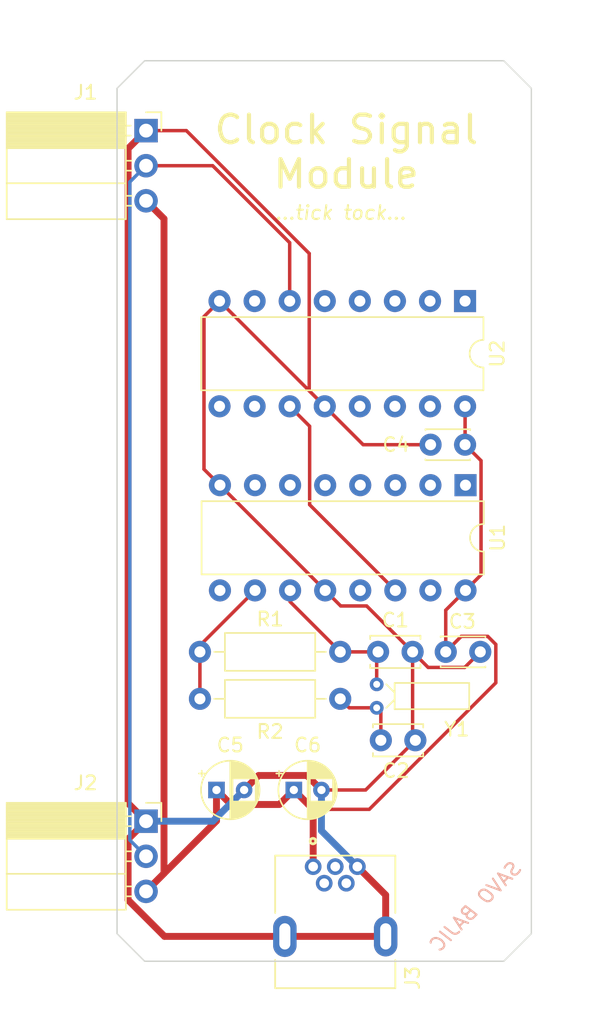
<source format=kicad_pcb>
(kicad_pcb (version 20211014) (generator pcbnew)
  (layers (0 "F.Cu" signal) (31 "B.Cu" signal) (34 "B.Paste" user) (35 "F.Paste" user) (36 "B.SilkS" user "B.Silkscreen") (37 "F.SilkS" user "F.Silkscreen") (38 "B.Mask" user) (39 "F.Mask" user) (44 "Edge.Cuts" user))
  (net 0 "")
  (net 1 "GND")
  (net 2 "/32kHz")
  (net 3 "Net-(C2-Pad1)")
  (net 4 "+5V")
  (net 5 "/1Hz")
  (net 6 "Net-(R1-Pad1)")
  (net 7 "/128Hz")
  (footprint "Capacitor_THT:C_Disc_D3.4mm_W2.1mm_P2.50mm" (layer "F.Cu") (at 104.3 110.2)
    (fp_text reference "C1" (at 1.25 -2.3) (layer "F.SilkS"))
    (fp_text value "16p")
    (fp_line (start 3.07 -1.17) (end 3.07 -0.925) (layer "F.SilkS") (width 0.12))
    (fp_line (start -0.57 1.17) (end 3.07 1.17) (layer "F.SilkS") (width 0.12))
    (fp_line (start -0.57 -1.17) (end -0.57 -0.925) (layer "F.SilkS") (width 0.12))
    (fp_line (start 3.07 0.925) (end 3.07 1.17) (layer "F.SilkS") (width 0.12))
    (fp_line (start -0.57 0.925) (end -0.57 1.17) (layer "F.SilkS") (width 0.12))
    (fp_line (start -0.57 -1.17) (end 3.07 -1.17) (layer "F.SilkS") (width 0.12))
    (pad "1" thru_hole circle locked (at 0 0) (size 1.6 1.6) (drill 0.8) (layers *.Cu *.Mask) (net 2 "/32kHz"))
    (pad "2" thru_hole circle locked (at 2.5 0) (size 1.6 1.6) (drill 0.8) (layers *.Cu *.Mask) (net 1 "GND"))
  )
  (footprint "Capacitor_THT:C_Disc_D3.4mm_W2.1mm_P2.50mm" (layer "F.Cu") (at 104.5 116.6)
    (fp_text reference "C2" (at 1.1 2.2) (layer "F.SilkS"))
    (fp_text value "16p")
    (fp_line (start 3.07 -1.17) (end 3.07 -0.925) (layer "F.SilkS") (width 0.12))
    (fp_line (start -0.57 -1.17) (end 3.07 -1.17) (layer "F.SilkS") (width 0.12))
    (fp_line (start -0.57 0.925) (end -0.57 1.17) (layer "F.SilkS") (width 0.12))
    (fp_line (start 3.07 0.925) (end 3.07 1.17) (layer "F.SilkS") (width 0.12))
    (fp_line (start -0.57 1.17) (end 3.07 1.17) (layer "F.SilkS") (width 0.12))
    (fp_line (start -0.57 -1.17) (end -0.57 -0.925) (layer "F.SilkS") (width 0.12))
    (pad "1" thru_hole circle locked (at 0 0) (size 1.6 1.6) (drill 0.8) (layers *.Cu *.Mask) (net 3 "Net-(C2-Pad1)"))
    (pad "2" thru_hole circle locked (at 2.5 0) (size 1.6 1.6) (drill 0.8) (layers *.Cu *.Mask) (net 1 "GND"))
  )
  (footprint "Capacitor_THT:C_Disc_D3.0mm_W2.0mm_P2.50mm" (layer "F.Cu") (at 111.7 110.2 180)
    (fp_text reference "C3" (at 1.3 2.2) (layer "F.SilkS"))
    (fp_text value "100n")
    (fp_line (start 2.87 1.055) (end 2.87 1.12) (layer "F.SilkS") (width 0.12))
    (fp_line (start 2.87 -1.12) (end 2.87 -1.055) (layer "F.SilkS") (width 0.12))
    (fp_line (start -0.37 1.055) (end -0.37 1.12) (layer "F.SilkS") (width 0.12))
    (fp_line (start -0.37 -1.12) (end -0.37 -1.055) (layer "F.SilkS") (width 0.12))
    (fp_line (start -0.37 -1.12) (end 2.87 -1.12) (layer "F.SilkS") (width 0.12))
    (fp_line (start -0.37 1.12) (end 2.87 1.12) (layer "F.SilkS") (width 0.12))
    (pad "1" thru_hole circle locked (at 0 0 180) (size 1.6 1.6) (drill 0.8) (layers *.Cu *.Mask) (net 1 "GND"))
    (pad "2" thru_hole circle locked (at 2.5 0 180) (size 1.6 1.6) (drill 0.8) (layers *.Cu *.Mask) (net 4 "+5V"))
  )
  (footprint "Capacitor_THT:C_Disc_D3.0mm_W2.0mm_P2.50mm" (layer "F.Cu") (at 108.1 95.2)
    (fp_text reference "C4" (at -2.5 0) (layer "F.SilkS"))
    (fp_text value "100n")
    (fp_line (start 2.87 1.055) (end 2.87 1.12) (layer "F.SilkS") (width 0.12))
    (fp_line (start -0.37 1.12) (end 2.87 1.12) (layer "F.SilkS") (width 0.12))
    (fp_line (start -0.37 -1.12) (end -0.37 -1.055) (layer "F.SilkS") (width 0.12))
    (fp_line (start 2.87 -1.12) (end 2.87 -1.055) (layer "F.SilkS") (width 0.12))
    (fp_line (start -0.37 -1.12) (end 2.87 -1.12) (layer "F.SilkS") (width 0.12))
    (fp_line (start -0.37 1.055) (end -0.37 1.12) (layer "F.SilkS") (width 0.12))
    (pad "1" thru_hole circle locked (at 0 0) (size 1.6 1.6) (drill 0.8) (layers *.Cu *.Mask) (net 1 "GND"))
    (pad "2" thru_hole circle locked (at 2.5 0) (size 1.6 1.6) (drill 0.8) (layers *.Cu *.Mask) (net 4 "+5V"))
  )
  (footprint "Connector_PinSocket_2.54mm:PinSocket_1x03_P2.54mm_Horizontal" (layer "F.Cu") (at 87.5 72.46)
    (fp_text reference "J1" (at -4.38 -2.77) (layer "F.SilkS"))
    (fp_text value "OUT")
    (fp_line (start -10.09 -0.73762) (end -1.46 -0.73762) (layer "F.SilkS") (width 0.12))
    (fp_line (start -1.46 4.72) (end -1.05 4.72) (layer "F.SilkS") (width 0.12))
    (fp_line (start -10.09 1.033805) (end -1.46 1.033805) (layer "F.SilkS") (width 0.12))
    (fp_line (start -1.46 0.36) (end -1.11 0.36) (layer "F.SilkS") (width 0.12))
    (fp_line (start -1.46 -0.36) (end -1.11 -0.36) (layer "F.SilkS") (width 0.12))
    (fp_line (start -10.09 -0.50143) (end -1.46 -0.50143) (layer "F.SilkS") (width 0.12))
    (fp_line (start -10.09 0.20714) (end -1.46 0.20714) (layer "F.SilkS") (width 0.12))
    (fp_line (start -1.46 -1.33) (end -1.46 6.41) (layer "F.SilkS") (width 0.12))
    (fp_line (start -10.09 0.325235) (end -1.46 0.325235) (layer "F.SilkS") (width 0.12))
    (fp_line (start -10.09 -0.02905) (end -1.46 -0.02905) (layer "F.SilkS") (width 0.12))
    (fp_line (start -10.09 0.797615) (end -1.46 0.797615) (layer "F.SilkS") (width 0.12))
    (fp_line (start -1.46 5.44) (end -1.05 5.44) (layer "F.SilkS") (width 0.12))
    (fp_line (start 0 -1.33) (end 1.11 -1.33) (layer "F.SilkS") (width 0.12))
    (fp_line (start -10.09 -0.855715) (end -1.46 -0.855715) (layer "F.SilkS") (width 0.12))
    (fp_line (start -10.09 -0.619525) (end -1.46 -0.619525) (layer "F.SilkS") (width 0.12))
    (fp_line (start -10.09 6.41) (end -1.46 6.41) (layer "F.SilkS") (width 0.12))
    (fp_line (start -1.46 2.9) (end -1.05 2.9) (layer "F.SilkS") (width 0.12))
    (fp_line (start -10.09 1.1519) (end -1.46 1.1519) (layer "F.SilkS") (width 0.12))
    (fp_line (start -10.09 0.91571) (end -1.46 0.91571) (layer "F.SilkS") (width 0.12))
    (fp_line (start -10.09 -1.33) (end -10.09 6.41) (layer "F.SilkS") (width 0.12))
    (fp_line (start -10.09 3.81) (end -1.46 3.81) (layer "F.SilkS") (width 0.12))
    (fp_line (start -10.09 -0.383335) (end -1.46 -0.383335) (layer "F.SilkS") (width 0.12))
    (fp_line (start -10.09 -1.091905) (end -1.46 -1.091905) (layer "F.SilkS") (width 0.12))
    (fp_line (start -10.09 -1.33) (end -1.46 -1.33) (layer "F.SilkS") (width 0.12))
    (fp_line (start -10.09 -1.21) (end -1.46 -1.21) (layer "F.SilkS") (width 0.12))
    (fp_line (start -10.09 0.561425) (end -1.46 0.561425) (layer "F.SilkS") (width 0.12))
    (fp_line (start -10.09 1.27) (end -1.46 1.27) (layer "F.SilkS") (width 0.12))
    (fp_line (start -10.09 -0.97381) (end -1.46 -0.97381) (layer "F.SilkS") (width 0.12))
    (fp_line (start -10.09 0.089045) (end -1.46 0.089045) (layer "F.SilkS") (width 0.12))
    (fp_line (start -10.09 -0.147145) (end -1.46 -0.147145) (layer "F.SilkS") (width 0.12))
    (fp_line (start -10.09 0.67952) (end -1.46 0.67952) (layer "F.SilkS") (width 0.12))
    (fp_line (start -10.09 0.44333) (end -1.46 0.44333) (layer "F.SilkS") (width 0.12))
    (fp_line (start -1.46 2.18) (end -1.05 2.18) (layer "F.SilkS") (width 0.12))
    (fp_line (start -10.09 -0.26524) (end -1.46 -0.26524) (layer "F.SilkS") (width 0.12))
    (fp_line (start 1.11 -1.33) (end 1.11 0) (layer "F.SilkS") (width 0.12))
    (pad "1" thru_hole rect locked (at 0 0) (size 1.7 1.7) (drill 1) (layers *.Cu *.Mask) (net 1 "GND"))
    (pad "2" thru_hole oval locked (at 0 2.54) (size 1.7 1.7) (drill 1) (layers *.Cu *.Mask) (net 5 "/1Hz"))
    (pad "3" thru_hole oval locked (at 0 5.08) (size 1.7 1.7) (drill 1) (layers *.Cu *.Mask) (net 4 "+5V"))
  )
  (footprint "Connector_PinSocket_2.54mm:PinSocket_1x03_P2.54mm_Horizontal" (layer "F.Cu") (at 87.5 122.46)
    (fp_text reference "J2" (at -4.38 -2.77) (layer "F.SilkS"))
    (fp_text value "OUT")
    (fp_line (start -10.09 3.81) (end -1.46 3.81) (layer "F.SilkS") (width 0.12))
    (fp_line (start -10.09 0.325235) (end -1.46 0.325235) (layer "F.SilkS") (width 0.12))
    (fp_line (start -10.09 -0.02905) (end -1.46 -0.02905) (layer "F.SilkS") (width 0.12))
    (fp_line (start -10.09 -0.26524) (end -1.46 -0.26524) (layer "F.SilkS") (width 0.12))
    (fp_line (start -10.09 -0.50143) (end -1.46 -0.50143) (layer "F.SilkS") (width 0.12))
    (fp_line (start 0 -1.33) (end 1.11 -1.33) (layer "F.SilkS") (width 0.12))
    (fp_line (start -1.46 5.44) (end -1.05 5.44) (layer "F.SilkS") (width 0.12))
    (fp_line (start -10.09 0.20714) (end -1.46 0.20714) (layer "F.SilkS") (width 0.12))
    (fp_line (start -10.09 -0.97381) (end -1.46 -0.97381) (layer "F.SilkS") (width 0.12))
    (fp_line (start -10.09 1.033805) (end -1.46 1.033805) (layer "F.SilkS") (width 0.12))
    (fp_line (start -10.09 0.67952) (end -1.46 0.67952) (layer "F.SilkS") (width 0.12))
    (fp_line (start -10.09 0.089045) (end -1.46 0.089045) (layer "F.SilkS") (width 0.12))
    (fp_line (start -10.09 0.91571) (end -1.46 0.91571) (layer "F.SilkS") (width 0.12))
    (fp_line (start -10.09 6.41) (end -1.46 6.41) (layer "F.SilkS") (width 0.12))
    (fp_line (start -1.46 0.36) (end -1.11 0.36) (layer "F.SilkS") (width 0.12))
    (fp_line (start -10.09 1.1519) (end -1.46 1.1519) (layer "F.SilkS") (width 0.12))
    (fp_line (start -10.09 -0.147145) (end -1.46 -0.147145) (layer "F.SilkS") (width 0.12))
    (fp_line (start -10.09 -1.33) (end -10.09 6.41) (layer "F.SilkS") (width 0.12))
    (fp_line (start -1.46 -0.36) (end -1.11 -0.36) (layer "F.SilkS") (width 0.12))
    (fp_line (start -10.09 -1.21) (end -1.46 -1.21) (layer "F.SilkS") (width 0.12))
    (fp_line (start -10.09 0.44333) (end -1.46 0.44333) (layer "F.SilkS") (width 0.12))
    (fp_line (start -10.09 0.561425) (end -1.46 0.561425) (layer "F.SilkS") (width 0.12))
    (fp_line (start -10.09 0.797615) (end -1.46 0.797615) (layer "F.SilkS") (width 0.12))
    (fp_line (start -10.09 1.27) (end -1.46 1.27) (layer "F.SilkS") (width 0.12))
    (fp_line (start -10.09 -0.619525) (end -1.46 -0.619525) (layer "F.SilkS") (width 0.12))
    (fp_line (start -10.09 -1.091905) (end -1.46 -1.091905) (layer "F.SilkS") (width 0.12))
    (fp_line (start -1.46 2.9) (end -1.05 2.9) (layer "F.SilkS") (width 0.12))
    (fp_line (start -10.09 -0.383335) (end -1.46 -0.383335) (layer "F.SilkS") (width 0.12))
    (fp_line (start -1.46 4.72) (end -1.05 4.72) (layer "F.SilkS") (width 0.12))
    (fp_line (start 1.11 -1.33) (end 1.11 0) (layer "F.SilkS") (width 0.12))
    (fp_line (start -10.09 -1.33) (end -1.46 -1.33) (layer "F.SilkS") (width 0.12))
    (fp_line (start -1.46 2.18) (end -1.05 2.18) (layer "F.SilkS") (width 0.12))
    (fp_line (start -10.09 -0.855715) (end -1.46 -0.855715) (layer "F.SilkS") (width 0.12))
    (fp_line (start -1.46 -1.33) (end -1.46 6.41) (layer "F.SilkS") (width 0.12))
    (fp_line (start -10.09 -0.73762) (end -1.46 -0.73762) (layer "F.SilkS") (width 0.12))
    (pad "1" thru_hole rect locked (at 0 0) (size 1.7 1.7) (drill 1) (layers *.Cu *.Mask) (net 1 "GND"))
    (pad "2" thru_hole oval locked (at 0 2.54) (size 1.7 1.7) (drill 1) (layers *.Cu *.Mask) (net 5 "/1Hz"))
    (pad "3" thru_hole oval locked (at 0 5.08) (size 1.7 1.7) (drill 1) (layers *.Cu *.Mask) (net 4 "+5V"))
  )
  (footprint "2172034-1:TE_2172034-1" (layer "F.Cu") (at 101.2 130.8 -90)
    (fp_text reference "J3" (at 3 -5.6 90) (layer "F.SilkS"))
    (fp_text value "PWR")
    (fp_line (start 1.7 -4.35) (end 3.75 -4.35) (layer "F.SilkS") (width 0.127))
    (fp_line (start -5.85 4.35) (end -5.85 -4.35) (layer "F.SilkS") (width 0.127))
    (fp_line (start -1.7 4.35) (end -5.85 4.35) (layer "F.SilkS") (width 0.127))
    (fp_line (start -5.85 -4.35) (end -1.7 -4.35) (layer "F.SilkS") (width 0.127))
    (fp_line (start 3.75 4.35) (end 1.7 4.35) (layer "F.SilkS") (width 0.127))
    (fp_line (start 3.75 -4.35) (end 3.75 4.35) (layer "F.SilkS") (width 0.127))
    (fp_circle (center -6.9 1.615) (end -6.7 1.615) (layer "F.SilkS") (width 0.2) (fill none))
    (pad "1" thru_hole circle locked (at -5.05 1.6 270) (size 1.208 1.208) (drill 0.7) (layers *.Cu *.Mask) (net 4 "+5V"))
    (pad "2" thru_hole circle locked (at -3.85 0.8 270) (size 1.208 1.208) (drill 0.7) (layers *.Cu *.Mask))
    (pad "3" thru_hole circle locked (at -5.05 0 270) (size 1.208 1.208) (drill 0.7) (layers *.Cu *.Mask))
    (pad "4" thru_hole circle locked (at -3.85 -0.8 270) (size 1.208 1.208) (drill 0.7) (layers *.Cu *.Mask))
    (pad "5" thru_hole circle locked (at -5.05 -1.6 270) (size 1.208 1.208) (drill 0.7) (layers *.Cu *.Mask) (net 1 "GND"))
    (pad "6" thru_hole oval locked (at 0 -3.65 270) (size 2.9 1.7) (drill oval 1.9 0.8) (layers *.Cu *.Mask) (net 1 "GND"))
    (pad "6" thru_hole oval locked (at 0 3.65 270) (size 2.98 1.7) (drill oval 1.9 0.8) (layers *.Cu *.Mask) (net 1 "GND"))
  )
  (footprint "Resistor_THT:R_Axial_DIN0207_L6.3mm_D2.5mm_P10.16mm_Horizontal" (layer "F.Cu") (at 91.4 110.2)
    (fp_text reference "R1" (at 5.08 -2.37) (layer "F.SilkS"))
    (fp_text value "5M")
    (fp_line (start 1.04 0) (end 1.81 0) (layer "F.SilkS") (width 0.12))
    (fp_line (start 9.12 0) (end 8.35 0) (layer "F.SilkS") (width 0.12))
    (fp_line (start 1.81 -1.37) (end 1.81 1.37) (layer "F.SilkS") (width 0.12))
    (fp_line (start 1.81 1.37) (end 8.35 1.37) (layer "F.SilkS") (width 0.12))
    (fp_line (start 8.35 1.37) (end 8.35 -1.37) (layer "F.SilkS") (width 0.12))
    (fp_line (start 8.35 -1.37) (end 1.81 -1.37) (layer "F.SilkS") (width 0.12))
    (pad "1" thru_hole circle locked (at 0 0) (size 1.6 1.6) (drill 0.8) (layers *.Cu *.Mask) (net 6 "Net-(R1-Pad1)"))
    (pad "2" thru_hole oval locked (at 10.16 0) (size 1.6 1.6) (drill 0.8) (layers *.Cu *.Mask) (net 2 "/32kHz"))
  )
  (footprint "Resistor_THT:R_Axial_DIN0207_L6.3mm_D2.5mm_P10.16mm_Horizontal" (layer "F.Cu") (at 101.56 113.6 180)
    (fp_text reference "R2" (at 5.08 -2.37) (layer "F.SilkS"))
    (fp_text value "1M")
    (fp_line (start 1.04 0) (end 1.81 0) (layer "F.SilkS") (width 0.12))
    (fp_line (start 9.12 0) (end 8.35 0) (layer "F.SilkS") (width 0.12))
    (fp_line (start 8.35 1.37) (end 8.35 -1.37) (layer "F.SilkS") (width 0.12))
    (fp_line (start 8.35 -1.37) (end 1.81 -1.37) (layer "F.SilkS") (width 0.12))
    (fp_line (start 1.81 1.37) (end 8.35 1.37) (layer "F.SilkS") (width 0.12))
    (fp_line (start 1.81 -1.37) (end 1.81 1.37) (layer "F.SilkS") (width 0.12))
    (pad "1" thru_hole circle locked (at 0 0 180) (size 1.6 1.6) (drill 0.8) (layers *.Cu *.Mask) (net 3 "Net-(C2-Pad1)"))
    (pad "2" thru_hole oval locked (at 10.16 0 180) (size 1.6 1.6) (drill 0.8) (layers *.Cu *.Mask) (net 6 "Net-(R1-Pad1)"))
  )
  (footprint "Package_DIP:DIP-16_W7.62mm" (layer "F.Cu") (at 110.63 98.13 -90)
    (fp_text reference "U1" (at 3.81 -2.33 90) (layer "F.SilkS"))
    (fp_text value "CD4060")
    (fp_line (start 6.46 19.11) (end 6.46 -1.33) (layer "F.SilkS") (width 0.12))
    (fp_line (start 1.16 19.11) (end 6.46 19.11) (layer "F.SilkS") (width 0.12))
    (fp_line (start 6.46 -1.33) (end 4.81 -1.33) (layer "F.SilkS") (width 0.12))
    (fp_line (start 1.16 -1.33) (end 1.16 19.11) (layer "F.SilkS") (width 0.12))
    (fp_line (start 2.81 -1.33) (end 1.16 -1.33) (layer "F.SilkS") (width 0.12))
    (fp_arc (start 4.81 -1.33) (mid 3.81 -0.33) (end 2.81 -1.33) (layer "F.SilkS") (width 0.12))
    (pad "1" thru_hole rect locked (at 0 0 270) (size 1.6 1.6) (drill 0.8) (layers *.Cu *.Mask))
    (pad "2" thru_hole oval locked (at 0 2.54 270) (size 1.6 1.6) (drill 0.8) (layers *.Cu *.Mask))
    (pad "3" thru_hole oval locked (at 0 5.08 270) (size 1.6 1.6) (drill 0.8) (layers *.Cu *.Mask))
    (pad "4" thru_hole oval locked (at 0 7.62 270) (size 1.6 1.6) (drill 0.8) (layers *.Cu *.Mask))
    (pad "5" thru_hole oval locked (at 0 10.16 270) (size 1.6 1.6) (drill 0.8) (layers *.Cu *.Mask))
    (pad "6" thru_hole oval locked (at 0 12.7 270) (size 1.6 1.6) (drill 0.8) (layers *.Cu *.Mask))
    (pad "7" thru_hole oval locked (at 0 15.24 270) (size 1.6 1.6) (drill 0.8) (layers *.Cu *.Mask))
    (pad "8" thru_hole oval locked (at 0 17.78 270) (size 1.6 1.6) (drill 0.8) (layers *.Cu *.Mask) (net 1 "GND"))
    (pad "9" thru_hole oval locked (at 7.62 17.78 270) (size 1.6 1.6) (drill 0.8) (layers *.Cu *.Mask))
    (pad "10" thru_hole oval locked (at 7.62 15.24 270) (size 1.6 1.6) (drill 0.8) (layers *.Cu *.Mask) (net 6 "Net-(R1-Pad1)"))
    (pad "11" thru_hole oval locked (at 7.62 12.7 270) (size 1.6 1.6) (drill 0.8) (layers *.Cu *.Mask) (net 2 "/32kHz"))
    (pad "12" thru_hole oval locked (at 7.62 10.16 270) (size 1.6 1.6) (drill 0.8) (layers *.Cu *.Mask) (net 1 "GND"))
    (pad "13" thru_hole oval locked (at 7.62 7.62 270) (size 1.6 1.6) (drill 0.8) (layers *.Cu *.Mask))
    (pad "14" thru_hole oval locked (at 7.62 5.08 270) (size 1.6 1.6) (drill 0.8) (layers *.Cu *.Mask) (net 7 "/128Hz"))
    (pad "15" thru_hole oval locked (at 7.62 2.54 270) (size 1.6 1.6) (drill 0.8) (layers *.Cu *.Mask))
    (pad "16" thru_hole oval locked (at 7.62 0 270) (size 1.6 1.6) (drill 0.8) (layers *.Cu *.Mask) (net 4 "+5V"))
  )
  (footprint "Package_DIP:DIP-16_W7.62mm" (layer "F.Cu") (at 110.6 84.8 -90)
    (fp_text reference "U2" (at 3.81 -2.33 90) (layer "F.SilkS"))
    (fp_text value "CD4060")
    (fp_line (start 1.16 -1.33) (end 1.16 19.11) (layer "F.SilkS") (width 0.12))
    (fp_line (start 6.46 -1.33) (end 4.81 -1.33) (layer "F.SilkS") (width 0.12))
    (fp_line (start 6.46 19.11) (end 6.46 -1.33) (layer "F.SilkS") (width 0.12))
    (fp_line (start 1.16 19.11) (end 6.46 19.11) (layer "F.SilkS") (width 0.12))
    (fp_line (start 2.81 -1.33) (end 1.16 -1.33) (layer "F.SilkS") (width 0.12))
    (fp_arc (start 4.81 -1.33) (mid 3.81 -0.33) (end 2.81 -1.33) (layer "F.SilkS") (width 0.12))
    (pad "1" thru_hole rect locked (at 0 0 270) (size 1.6 1.6) (drill 0.8) (layers *.Cu *.Mask))
    (pad "2" thru_hole oval locked (at 0 2.54 270) (size 1.6 1.6) (drill 0.8) (layers *.Cu *.Mask))
    (pad "3" thru_hole oval locked (at 0 5.08 270) (size 1.6 1.6) (drill 0.8) (layers *.Cu *.Mask))
    (pad "4" thru_hole oval locked (at 0 7.62 270) (size 1.6 1.6) (drill 0.8) (layers *.Cu *.Mask))
    (pad "5" thru_hole oval locked (at 0 10.16 270) (size 1.6 1.6) (drill 0.8) (layers *.Cu *.Mask))
    (pad "6" thru_hole oval locked (at 0 12.7 270) (size 1.6 1.6) (drill 0.8) (layers *.Cu *.Mask) (net 5 "/1Hz"))
    (pad "7" thru_hole oval locked (at 0 15.24 270) (size 1.6 1.6) (drill 0.8) (layers *.Cu *.Mask))
    (pad "8" thru_hole oval locked (at 0 17.78 270) (size 1.6 1.6) (drill 0.8) (layers *.Cu *.Mask) (net 1 "GND"))
    (pad "9" thru_hole oval locked (at 7.62 17.78 270) (size 1.6 1.6) (drill 0.8) (layers *.Cu *.Mask))
    (pad "10" thru_hole oval locked (at 7.62 15.24 270) (size 1.6 1.6) (drill 0.8) (layers *.Cu *.Mask))
    (pad "11" thru_hole oval locked (at 7.62 12.7 270) (size 1.6 1.6) (drill 0.8) (layers *.Cu *.Mask) (net 7 "/128Hz"))
    (pad "12" thru_hole oval locked (at 7.62 10.16 270) (size 1.6 1.6) (drill 0.8) (layers *.Cu *.Mask) (net 1 "GND"))
    (pad "13" thru_hole oval locked (at 7.62 7.62 270) (size 1.6 1.6) (drill 0.8) (layers *.Cu *.Mask))
    (pad "14" thru_hole oval locked (at 7.62 5.08 270) (size 1.6 1.6) (drill 0.8) (layers *.Cu *.Mask))
    (pad "15" thru_hole oval locked (at 7.62 2.54 270) (size 1.6 1.6) (drill 0.8) (layers *.Cu *.Mask))
    (pad "16" thru_hole oval locked (at 7.62 0 270) (size 1.6 1.6) (drill 0.8) (layers *.Cu *.Mask) (net 4 "+5V"))
  )
  (footprint "Crystal:Crystal_DS15_D1.5mm_L5.0mm_Horizontal" (layer "F.Cu") (at 104.2 114.25 90)
    (fp_text reference "Y1" (at -1.55 5.8) (layer "F.SilkS"))
    (fp_text value "32768")
    (fp_line (start -0.1 1.3) (end -0.1 6.7) (layer "F.SilkS") (width 0.12))
    (fp_line (start 1.1 1.3) (end 1.7 0.7) (layer "F.SilkS") (width 0.12))
    (fp_line (start 1.8 1.3) (end -0.1 1.3) (layer "F.SilkS") (width 0.12))
    (fp_line (start -0.1 6.7) (end 1.8 6.7) (layer "F.SilkS") (width 0.12))
    (fp_line (start 1.8 6.7) (end 1.8 1.3) (layer "F.SilkS") (width 0.12))
    (fp_line (start 1.7 0.7) (end 1.7 0.7) (layer "F.SilkS") (width 0.12))
    (fp_line (start 0 0.7) (end 0 0.7) (layer "F.SilkS") (width 0.12))
    (fp_line (start 0.6 1.3) (end 0 0.7) (layer "F.SilkS") (width 0.12))
    (pad "1" thru_hole circle locked (at 0 0 90) (size 1 1) (drill 0.5) (layers *.Cu *.Mask) (net 3 "Net-(C2-Pad1)"))
    (pad "2" thru_hole circle locked (at 1.7 0 90) (size 1 1) (drill 0.5) (layers *.Cu *.Mask) (net 2 "/32kHz"))
  )
  (footprint "Capacitor_THT:CP_Radial_D4.0mm_P2.00mm" (layer "F.Cu") (at 92.6 120.2)
    (fp_text reference "C5" (at 1 -3.25) (layer "F.SilkS"))
    (fp_text value "1u")
    (fp_line (start 1.36 0.84) (end 1.36 2.05) (layer "F.SilkS") (width 0.12))
    (fp_line (start 2.041 -1.808) (end 2.041 -0.84) (layer "F.SilkS") (width 0.12))
    (fp_line (start 2.121 -1.76) (end 2.121 -0.84) (layer "F.SilkS") (width 0.12))
    (fp_line (start 2.281 0.84) (end 2.281 1.65) (layer "F.SilkS") (width 0.12))
    (fp_line (start 2.881 -0.94) (end 2.881 0.94) (layer "F.SilkS") (width 0.12))
    (fp_line (start -1.269801 -1.195) (end -0.869801 -1.195) (layer "F.SilkS") (width 0.12))
    (fp_line (start 2.681 0.84) (end 2.681 1.254) (layer "F.SilkS") (width 0.12))
    (fp_line (start 2.001 -1.83) (end 2.001 -0.84) (layer "F.SilkS") (width 0.12))
    (fp_line (start 1.6 -1.994) (end 1.6 -0.84) (layer "F.SilkS") (width 0.12))
    (fp_line (start 1.28 0.84) (end 1.28 2.062) (layer "F.SilkS") (width 0.12))
    (fp_line (start 2.801 -1.08) (end 2.801 -0.84) (layer "F.SilkS") (width 0.12))
    (fp_line (start 1.4 0.84) (end 1.4 2.042) (layer "F.SilkS") (width 0.12))
    (fp_line (start 1.24 0.84) (end 1.24 2.067) (layer "F.SilkS") (width 0.12))
    (fp_line (start 1.56 0.84) (end 1.56 2.005) (layer "F.SilkS") (width 0.12))
    (fp_line (start 1.32 -2.056) (end 1.32 -0.84) (layer "F.SilkS") (width 0.12))
    (fp_line (start 1.961 -1.851) (end 1.961 -0.84) (layer "F.SilkS") (width 0.12))
    (fp_line (start 1.721 0.84) (end 1.721 1.954) (layer "F.SilkS") (width 0.12))
    (fp_line (start 2.201 -1.708) (end 2.201 -0.84) (layer "F.SilkS") (width 0.12))
    (fp_line (start 3.041 -0.537) (end 3.041 0.537) (layer "F.SilkS") (width 0.12))
    (fp_line (start 2.201 0.84) (end 2.201 1.708) (layer "F.SilkS") (width 0.12))
    (fp_line (start 2.801 0.84) (end 2.801 1.08) (layer "F.SilkS") (width 0.12))
    (fp_line (start 1.961 0.84) (end 1.961 1.851) (layer "F.SilkS") (width 0.12))
    (fp_line (start 2.241 0.84) (end 2.241 1.68) (layer "F.SilkS") (width 0.12))
    (fp_line (start 1.801 0.84) (end 1.801 1.924) (layer "F.SilkS") (width 0.12))
    (fp_line (start 2.481 -1.478) (end 2.481 -0.84) (layer "F.SilkS") (width 0.12))
    (fp_line (start 2.081 -1.785) (end 2.081 -0.84) (layer "F.SilkS") (width 0.12))
    (fp_line (start 2.601 -1.351) (end 2.601 -0.84) (layer "F.SilkS") (width 0.12))
    (fp_line (start 1.721 -1.954) (end 1.721 -0.84) (layer "F.SilkS") (width 0.12))
    (fp_line (start 2.721 -1.2) (end 2.721 -0.84) (layer "F.SilkS") (width 0.12))
    (fp_line (start 2.241 -1.68) (end 2.241 -0.84) (layer "F.SilkS") (width 0.12))
    (fp_line (start 2.001 0.84) (end 2.001 1.83) (layer "F.SilkS") (width 0.12))
    (fp_line (start 2.081 0.84) (end 2.081 1.785) (layer "F.SilkS") (width 0.12))
    (fp_line (start 1.68 -1.968) (end 1.68 -0.84) (layer "F.SilkS") (width 0.12))
    (fp_line (start 1.2 -2.071) (end 1.2 -0.84) (layer "F.SilkS") (width 0.12))
    (fp_line (start 1.64 -1.982) (end 1.64 -0.84) (layer "F.SilkS") (width 0.12))
    (fp_line (start 2.321 -1.619) (end 2.321 -0.84) (layer "F.SilkS") (width 0.12))
    (fp_line (start 2.681 -1.254) (end 2.681 -0.84) (layer "F.SilkS") (width 0.12))
    (fp_line (start 1.56 -2.005) (end 1.56 -0.84) (layer "F.SilkS") (width 0.12))
    (fp_line (start 2.641 -1.304) (end 2.641 -0.84) (layer "F.SilkS") (width 0.12))
    (fp_line (start 2.041 0.84) (end 2.041 1.808) (layer "F.SilkS") (width 0.12))
    (fp_line (start 2.721 0.84) (end 2.721 1.2) (layer "F.SilkS") (width 0.12))
    (fp_line (start 1.921 -1.87) (end 1.921 -0.84) (layer "F.SilkS") (width 0.12))
    (fp_line (start 3.081 -0.37) (end 3.081 0.37) (layer "F.SilkS") (width 0.12))
    (fp_line (start 1.881 0.84) (end 1.881 1.889) (layer "F.SilkS") (width 0.12))
    (fp_line (start 2.561 -1.396) (end 2.561 -0.84) (layer "F.SilkS") (width 0.12))
    (fp_line (start 2.161 0.84) (end 2.161 1.735) (layer "F.SilkS") (width 0.12))
    (fp_line (start 2.961 -0.768) (end 2.961 0.768) (layer "F.SilkS") (width 0.12))
    (fp_line (start 1.68 0.84) (end 1.68 1.968) (layer "F.SilkS") (width 0.12))
    (fp_line (start 1.36 -2.05) (end 1.36 -0.84) (layer "F.SilkS") (width 0.12))
    (fp_line (start 2.401 -1.552) (end 2.401 -0.84) (layer "F.SilkS") (width 0.12))
    (fp_line (start 2.361 -1.587) (end 2.361 -0.84) (layer "F.SilkS") (width 0.12))
    (fp_line (start 1.52 -2.016) (end 1.52 -0.84) (layer "F.SilkS") (width 0.12))
    (fp_line (start 1 -2.08) (end 1 2.08) (layer "F.SilkS") (width 0.12))
    (fp_line (start 1.761 0.84) (end 1.761 1.94) (layer "F.SilkS") (width 0.12))
    (fp_line (start 1.6 0.84) (end 1.6 1.994) (layer "F.SilkS") (width 0.12))
    (fp_line (start 1.04 -2.08) (end 1.04 2.08) (layer "F.SilkS") (width 0.12))
    (fp_line (start 1.12 -2.077) (end 1.12 2.077) (layer "F.SilkS") (width 0.12))
    (fp_line (start 2.601 0.84) (end 2.601 1.351) (layer "F.SilkS") (width 0.12))
    (fp_line (start 2.481 0.84) (end 2.481 1.478) (layer "F.SilkS") (width 0.12))
    (fp_line (start 2.361 0.84) (end 2.361 1.587) (layer "F.SilkS") (width 0.12))
    (fp_line (start 3.001 -0.664) (end 3.001 0.664) (layer "F.SilkS") (width 0.12))
    (fp_line (start 1.48 -2.025) (end 1.48 -0.84) (layer "F.SilkS") (width 0.12))
    (fp_line (start 2.641 0.84) (end 2.641 1.304) (layer "F.SilkS") (width 0.12))
    (fp_line (start 1.761 -1.94) (end 1.761 -0.84) (layer "F.SilkS") (width 0.12))
    (fp_line (start 1.881 -1.889) (end 1.881 -0.84) (layer "F.SilkS") (width 0.12))
    (fp_line (start 1.841 0.84) (end 1.841 1.907) (layer "F.SilkS") (width 0.12))
    (fp_line (start 2.761 0.84) (end 2.761 1.142) (layer "F.SilkS") (width 0.12))
    (fp_line (start 2.521 0.84) (end 2.521 1.438) (layer "F.SilkS") (width 0.12))
    (fp_line (start 1.801 -1.924) (end 1.801 -0.84) (layer "F.SilkS") (width 0.12))
    (fp_line (start 2.761 -1.142) (end 2.761 -0.84) (layer "F.SilkS") (width 0.12))
    (fp_line (start -1.069801 -1.395) (end -1.069801 -0.995) (layer "F.SilkS") (width 0.12))
    (fp_line (start 2.521 -1.438) (end 2.521 -0.84) (layer "F.SilkS") (width 0.12))
    (fp_line (start 1.16 -2.074) (end 1.16 2.074) (layer "F.SilkS") (width 0.12))
    (fp_line (start 2.441 0.84) (end 2.441 1.516) (layer "F.SilkS") (width 0.12))
    (fp_line (start 2.281 -1.65) (end 2.281 -0.84) (layer "F.SilkS") (width 0.12))
    (fp_line (start 2.441 -1.516) (end 2.441 -0.84) (layer "F.SilkS") (width 0.12))
    (fp_line (start 1.44 -2.034) (end 1.44 -0.84) (layer "F.SilkS") (width 0.12))
    (fp_line (start 2.401 0.84) (end 2.401 1.552) (layer "F.SilkS") (width 0.12))
    (fp_line (start 1.64 0.84) (end 1.64 1.982) (layer "F.SilkS") (width 0.12))
    (fp_line (start 1.52 0.84) (end 1.52 2.016) (layer "F.SilkS") (width 0.12))
    (fp_line (start 2.321 0.84) (end 2.321 1.619) (layer "F.SilkS") (width 0.12))
    (fp_line (start 2.121 0.84) (end 2.121 1.76) (layer "F.SilkS") (width 0.12))
    (fp_line (start 1.921 0.84) (end 1.921 1.87) (layer "F.SilkS") (width 0.12))
    (fp_line (start 1.24 -2.067) (end 1.24 -0.84) (layer "F.SilkS") (width 0.12))
    (fp_line (start 1.32 0.84) (end 1.32 2.056) (layer "F.SilkS") (width 0.12))
    (fp_line (start 1.4 -2.042) (end 1.4 -0.84) (layer "F.SilkS") (width 0.12))
    (fp_line (start 1.44 0.84) (end 1.44 2.034) (layer "F.SilkS") (width 0.12))
    (fp_line (start 1.48 0.84) (end 1.48 2.025) (layer "F.SilkS") (width 0.12))
    (fp_line (start 2.161 -1.735) (end 2.161 -0.84) (layer "F.SilkS") (width 0.12))
    (fp_line (start 1.08 -2.079) (end 1.08 2.079) (layer "F.SilkS") (width 0.12))
    (fp_line (start 2.921 -0.859) (end 2.921 0.859) (layer "F.SilkS") (width 0.12))
    (fp_line (start 2.841 -1.013) (end 2.841 1.013) (layer "F.SilkS") (width 0.12))
    (fp_line (start 2.561 0.84) (end 2.561 1.396) (layer "F.SilkS") (width 0.12))
    (fp_line (start 1.28 -2.062) (end 1.28 -0.84) (layer "F.SilkS") (width 0.12))
    (fp_line (start 1.841 -1.907) (end 1.841 -0.84) (layer "F.SilkS") (width 0.12))
    (fp_line (start 1.2 0.84) (end 1.2 2.071) (layer "F.SilkS") (width 0.12))
    (fp_circle (center 1 0) (end 3.12 0) (layer "F.SilkS") (width 0.12) (fill none))
    (pad "1" thru_hole rect locked (at 0 0) (size 1.2 1.2) (drill 0.6) (layers *.Cu *.Mask) (net 4 "+5V"))
    (pad "2" thru_hole circle locked (at 2 0) (size 1.2 1.2) (drill 0.6) (layers *.Cu *.Mask) (net 1 "GND"))
  )
  (footprint "Capacitor_THT:CP_Radial_D4.0mm_P2.00mm" (layer "F.Cu") (at 98.2 120.2)
    (fp_text reference "C6" (at 1 -3.25) (layer "F.SilkS"))
    (fp_text value "10u")
    (fp_line (start 1.32 0.84) (end 1.32 2.056) (layer "F.SilkS") (width 0.12))
    (fp_line (start 3.081 -0.37) (end 3.081 0.37) (layer "F.SilkS") (width 0.12))
    (fp_line (start 1.48 -2.025) (end 1.48 -0.84) (layer "F.SilkS") (width 0.12))
    (fp_line (start 2.241 0.84) (end 2.241 1.68) (layer "F.SilkS") (width 0.12))
    (fp_line (start 2.001 0.84) (end 2.001 1.83) (layer "F.SilkS") (width 0.12))
    (fp_line (start 1.56 0.84) (end 1.56 2.005) (layer "F.SilkS") (width 0.12))
    (fp_line (start 1.881 0.84) (end 1.881 1.889) (layer "F.SilkS") (width 0.12))
    (fp_line (start 1.64 0.84) (end 1.64 1.982) (layer "F.SilkS") (width 0.12))
    (fp_line (start 1.921 0.84) (end 1.921 1.87) (layer "F.SilkS") (width 0.12))
    (fp_line (start 2.681 0.84) (end 2.681 1.254) (layer "F.SilkS") (width 0.12))
    (fp_line (start 1.24 -2.067) (end 1.24 -0.84) (layer "F.SilkS") (width 0.12))
    (fp_line (start 2.201 -1.708) (end 2.201 -0.84) (layer "F.SilkS") (width 0.12))
    (fp_line (start 2.321 -1.619) (end 2.321 -0.84) (layer "F.SilkS") (width 0.12))
    (fp_line (start 2.761 0.84) (end 2.761 1.142) (layer "F.SilkS") (width 0.12))
    (fp_line (start 2.921 -0.859) (end 2.921 0.859) (layer "F.SilkS") (width 0.12))
    (fp_line (start 2.081 0.84) (end 2.081 1.785) (layer "F.SilkS") (width 0.12))
    (fp_line (start 2.961 -0.768) (end 2.961 0.768) (layer "F.SilkS") (width 0.12))
    (fp_line (start 1.2 -2.071) (end 1.2 -0.84) (layer "F.SilkS") (width 0.12))
    (fp_line (start 1.961 -1.851) (end 1.961 -0.84) (layer "F.SilkS") (width 0.12))
    (fp_line (start 1.24 0.84) (end 1.24 2.067) (layer "F.SilkS") (width 0.12))
    (fp_line (start 2.641 0.84) (end 2.641 1.304) (layer "F.SilkS") (width 0.12))
    (fp_line (start 1.921 -1.87) (end 1.921 -0.84) (layer "F.SilkS") (width 0.12))
    (fp_line (start 1.841 -1.907) (end 1.841 -0.84) (layer "F.SilkS") (width 0.12))
    (fp_line (start 2.641 -1.304) (end 2.641 -0.84) (layer "F.SilkS") (width 0.12))
    (fp_line (start 1.36 -2.05) (end 1.36 -0.84) (layer "F.SilkS") (width 0.12))
    (fp_line (start 2.561 -1.396) (end 2.561 -0.84) (layer "F.SilkS") (width 0.12))
    (fp_line (start 2.761 -1.142) (end 2.761 -0.84) (layer "F.SilkS") (width 0.12))
    (fp_line (start 1.801 0.84) (end 1.801 1.924) (layer "F.SilkS") (width 0.12))
    (fp_line (start 1.761 0.84) (end 1.761 1.94) (layer "F.SilkS") (width 0.12))
    (fp_line (start 1.2 0.84) (end 1.2 2.071) (layer "F.SilkS") (width 0.12))
    (fp_line (start 1.961 0.84) (end 1.961 1.851) (layer "F.SilkS") (width 0.12))
    (fp_line (start 2.001 -1.83) (end 2.001 -0.84) (layer "F.SilkS") (width 0.12))
    (fp_line (start 1.6 0.84) (end 1.6 1.994) (layer "F.SilkS") (width 0.12))
    (fp_line (start 1.04 -2.08) (end 1.04 2.08) (layer "F.SilkS") (width 0.12))
    (fp_line (start 1.28 -2.062) (end 1.28 -0.84) (layer "F.SilkS") (width 0.12))
    (fp_line (start 1.6 -1.994) (end 1.6 -0.84) (layer "F.SilkS") (width 0.12))
    (fp_line (start 2.081 -1.785) (end 2.081 -0.84) (layer "F.SilkS") (width 0.12))
    (fp_line (start 1.44 0.84) (end 1.44 2.034) (layer "F.SilkS") (width 0.12))
    (fp_line (start 1.08 -2.079) (end 1.08 2.079) (layer "F.SilkS") (width 0.12))
    (fp_line (start 2.121 0.84) (end 2.121 1.76) (layer "F.SilkS") (width 0.12))
    (fp_line (start 1.12 -2.077) (end 1.12 2.077) (layer "F.SilkS") (width 0.12))
    (fp_line (start 3.001 -0.664) (end 3.001 0.664) (layer "F.SilkS") (width 0.12))
    (fp_line (start 1.4 -2.042) (end 1.4 -0.84) (layer "F.SilkS") (width 0.12))
    (fp_line (start 2.681 -1.254) (end 2.681 -0.84) (layer "F.SilkS") (width 0.12))
    (fp_line (start 2.281 -1.65) (end 2.281 -0.84) (layer "F.SilkS") (width 0.12))
    (fp_line (start 1.4 0.84) (end 1.4 2.042) (layer "F.SilkS") (width 0.12))
    (fp_line (start 1 -2.08) (end 1 2.08) (layer "F.SilkS") (width 0.12))
    (fp_line (start 2.481 -1.478) (end 2.481 -0.84) (layer "F.SilkS") (width 0.12))
    (fp_line (start 1.68 0.84) (end 1.68 1.968) (layer "F.SilkS") (width 0.12))
    (fp_line (start 2.441 -1.516) (end 2.441 -0.84) (layer "F.SilkS") (width 0.12))
    (fp_line (start 1.52 -2.016) (end 1.52 -0.84) (layer "F.SilkS") (width 0.12))
    (fp_line (start 2.241 -1.68) (end 2.241 -0.84) (layer "F.SilkS") (width 0.12))
    (fp_line (start 1.28 0.84) (end 1.28 2.062) (layer "F.SilkS") (width 0.12))
    (fp_line (start 2.401 -1.552) (end 2.401 -0.84) (layer "F.SilkS") (width 0.12))
    (fp_line (start 2.521 -1.438) (end 2.521 -0.84) (layer "F.SilkS") (width 0.12))
    (fp_line (start 1.36 0.84) (end 1.36 2.05) (layer "F.SilkS") (width 0.12))
    (fp_line (start 1.721 -1.954) (end 1.721 -0.84) (layer "F.SilkS") (width 0.12))
    (fp_line (start 2.401 0.84) (end 2.401 1.552) (layer "F.SilkS") (width 0.12))
    (fp_line (start 2.601 0.84) (end 2.601 1.351) (layer "F.SilkS") (width 0.12))
    (fp_line (start 1.52 0.84) (end 1.52 2.016) (layer "F.SilkS") (width 0.12))
    (fp_line (start 3.041 -0.537) (end 3.041 0.537) (layer "F.SilkS") (width 0.12))
    (fp_line (start 2.321 0.84) (end 2.321 1.619) (layer "F.SilkS") (width 0.12))
    (fp_line (start 1.721 0.84) (end 1.721 1.954) (layer "F.SilkS") (width 0.12))
    (fp_line (start 1.761 -1.94) (end 1.761 -0.84) (layer "F.SilkS") (width 0.12))
    (fp_line (start 2.481 0.84) (end 2.481 1.478) (layer "F.SilkS") (width 0.12))
    (fp_line (start 1.56 -2.005) (end 1.56 -0.84) (layer "F.SilkS") (width 0.12))
    (fp_line (start 1.16 -2.074) (end 1.16 2.074) (layer "F.SilkS") (width 0.12))
    (fp_line (start 2.801 -1.08) (end 2.801 -0.84) (layer "F.SilkS") (width 0.12))
    (fp_line (start 2.361 -1.587) (end 2.361 -0.84) (layer "F.SilkS") (width 0.12))
    (fp_line (start 2.121 -1.76) (end 2.121 -0.84) (layer "F.SilkS") (width 0.12))
    (fp_line (start 2.041 -1.808) (end 2.041 -0.84) (layer "F.SilkS") (width 0.12))
    (fp_line (start 2.161 -1.735) (end 2.161 -0.84) (layer "F.SilkS") (width 0.12))
    (fp_line (start 1.801 -1.924) (end 1.801 -0.84) (layer "F.SilkS") (width 0.12))
    (fp_line (start 2.601 -1.351) (end 2.601 -0.84) (layer "F.SilkS") (width 0.12))
    (fp_line (start 2.441 0.84) (end 2.441 1.516) (layer "F.SilkS") (width 0.12))
    (fp_line (start 2.841 -1.013) (end 2.841 1.013) (layer "F.SilkS") (width 0.12))
    (fp_line (start 2.721 0.84) (end 2.721 1.2) (layer "F.SilkS") (width 0.12))
    (fp_line (start 2.801 0.84) (end 2.801 1.08) (layer "F.SilkS") (width 0.12))
    (fp_line (start -1.269801 -1.195) (end -0.869801 -1.195) (layer "F.SilkS") (width 0.12))
    (fp_line (start 1.68 -1.968) (end 1.68 -0.84) (layer "F.SilkS") (width 0.12))
    (fp_line (start 2.721 -1.2) (end 2.721 -0.84) (layer "F.SilkS") (width 0.12))
    (fp_line (start 1.881 -1.889) (end 1.881 -0.84) (layer "F.SilkS") (width 0.12))
    (fp_line (start -1.069801 -1.395) (end -1.069801 -0.995) (layer "F.SilkS") (width 0.12))
    (fp_line (start 2.281 0.84) (end 2.281 1.65) (layer "F.SilkS") (width 0.12))
    (fp_line (start 1.48 0.84) (end 1.48 2.025) (layer "F.SilkS") (width 0.12))
    (fp_line (start 1.841 0.84) (end 1.841 1.907) (layer "F.SilkS") (width 0.12))
    (fp_line (start 1.64 -1.982) (end 1.64 -0.84) (layer "F.SilkS") (width 0.12))
    (fp_line (start 1.32 -2.056) (end 1.32 -0.84) (layer "F.SilkS") (width 0.12))
    (fp_line (start 2.201 0.84) (end 2.201 1.708) (layer "F.SilkS") (width 0.12))
    (fp_line (start 2.361 0.84) (end 2.361 1.587) (layer "F.SilkS") (width 0.12))
    (fp_line (start 1.44 -2.034) (end 1.44 -0.84) (layer "F.SilkS") (width 0.12))
    (fp_line (start 2.041 0.84) (end 2.041 1.808) (layer "F.SilkS") (width 0.12))
    (fp_line (start 2.161 0.84) (end 2.161 1.735) (layer "F.SilkS") (width 0.12))
    (fp_line (start 2.521 0.84) (end 2.521 1.438) (layer "F.SilkS") (width 0.12))
    (fp_line (start 2.561 0.84) (end 2.561 1.396) (layer "F.SilkS") (width 0.12))
    (fp_line (start 2.881 -0.94) (end 2.881 0.94) (layer "F.SilkS") (width 0.12))
    (fp_circle (center 1 0) (end 3.12 0) (layer "F.SilkS") (width 0.12) (fill none))
    (pad "1" thru_hole rect locked (at 0 0) (size 1.2 1.2) (drill 0.6) (layers *.Cu *.Mask) (net 4 "+5V"))
    (pad "2" thru_hole circle locked (at 2 0) (size 1.2 1.2) (drill 0.6) (layers *.Cu *.Mask) (net 1 "GND"))
  )
  (gr_line (start 115.4 130.6) (end 115.4 69.4) (layer "Edge.Cuts") (width 0.1))
  (gr_line (start 87.4 132.6) (end 85.4 130.6) (layer "Edge.Cuts") (width 0.1))
  (gr_line (start 87.4 132.6) (end 113.4 132.6) (layer "Edge.Cuts") (width 0.1))
  (gr_line (start 113.4 67.4) (end 115.4 69.4) (layer "Edge.Cuts") (width 0.1))
  (gr_line (start 85.4 69.4) (end 87.4 67.4) (layer "Edge.Cuts") (width 0.1))
  (gr_line (start 87.4 67.4) (end 113.4 67.4) (layer "Edge.Cuts") (width 0.1))
  (gr_line (start 113.4 132.6) (end 115.4 130.6) (layer "Edge.Cuts") (width 0.1))
  (gr_line (start 85.4 130.6) (end 85.4 69.4) (layer "Edge.Cuts") (width 0.1))
  (gr_text "SAVO BAJIC" (at 111.4 128.6 45) (layer "B.SilkS") (effects (font (size 1 1) (thickness 0.15) italic) (justify mirror)))
  (gr_text "...tick tock..." (at 101.6 78.4) (layer "F.SilkS") (effects (font (size 1 1) (thickness 0.15) italic)))
  (gr_text "Clock Signal\nModule" (at 102 74) (layer "F.SilkS") (effects (font (size 2 2) (thickness 0.3))))
  (segment (start 86.199999 123.760001) (end 86.199999 128.164001) (width 0.5) (layer "F.Cu") (net 1))
  (segment (start 91.694999 96.974999) (end 91.694999 85.925001) (width 0.25) (layer "F.Cu") (net 1))
  (segment (start 92.85 98.13) (end 91.694999 96.974999) (width 0.25) (layer "F.Cu") (net 1))
  (segment (start 91.694999 85.925001) (end 92.82 84.8) (width 0.25) (layer "F.Cu") (net 1))
  (segment (start 107.925001 111.325001) (end 106.8 110.2) (width 0.25) (layer "F.Cu") (net 1))
  (segment (start 95.650001 119.149999) (end 99.149999 119.149999) (width 0.5) (layer "F.Cu") (net 1))
  (segment (start 111.7 110.2) (end 110.574999 111.325001) (width 0.25) (layer "F.Cu") (net 1))
  (segment (start 88.835998 130.8) (end 97.55 130.8) (width 0.5) (layer "F.Cu") (net 1))
  (segment (start 110.574999 111.325001) (end 107.925001 111.325001) (width 0.25) (layer "F.Cu") (net 1))
  (segment (start 86.199999 73.760001) (end 87.5 72.46) (width 0.5) (layer "F.Cu") (net 1))
  (segment (start 104.85 127.8) (end 104.85 130.8) (width 0.5) (layer "F.Cu") (net 1))
  (segment (start 103.475001 106.875001) (end 106.8 110.2) (width 0.25) (layer "F.Cu") (net 1))
  (segment (start 86.199999 128.164001) (end 88.835998 130.8) (width 0.5) (layer "F.Cu") (net 1))
  (segment (start 106.8 110.2) (end 106.8 116.4) (width 0.25) (layer "F.Cu") (net 1))
  (segment (start 99.314999 91.294999) (end 99.314999 81.353587) (width 0.25) (layer "F.Cu") (net 1))
  (segment (start 94.6 120.2) (end 95.650001 119.149999) (width 0.5) (layer "F.Cu") (net 1))
  (segment (start 102.8 125.75) (end 104.85 127.8) (width 0.5) (layer "F.Cu") (net 1))
  (segment (start 106.8 116.4) (end 107 116.6) (width 0.25) (layer "F.Cu") (net 1))
  (segment (start 108.1 95.2) (end 103.22 95.2) (width 0.25) (layer "F.Cu") (net 1))
  (segment (start 99.314999 81.353587) (end 90.421412 72.46) (width 0.25) (layer "F.Cu") (net 1))
  (segment (start 103.4 120.2) (end 100.2 120.2) (width 0.25) (layer "F.Cu") (net 1))
  (segment (start 86.199999 121.159999) (end 86.199999 73.760001) (width 0.5) (layer "F.Cu") (net 1))
  (segment (start 87.5 122.46) (end 86.199999 121.159999) (width 0.5) (layer "F.Cu") (net 1))
  (segment (start 97.55 130.8) (end 104.85 130.8) (width 0.5) (layer "F.Cu") (net 1))
  (segment (start 92.82 84.8) (end 100.44 92.42) (width 0.25) (layer "F.Cu") (net 1))
  (segment (start 99.149999 119.149999) (end 100.2 120.2) (width 0.5) (layer "F.Cu") (net 1))
  (segment (start 100.47 105.75) (end 92.85 98.13) (width 0.25) (layer "F.Cu") (net 1))
  (segment (start 107 116.6) (end 103.4 120.2) (width 0.25) (layer "F.Cu") (net 1))
  (segment (start 87.5 122.46) (end 86.199999 123.760001) (width 0.5) (layer "F.Cu") (net 1))
  (segment (start 100.47 105.75) (end 101.595001 106.875001) (width 0.25) (layer "F.Cu") (net 1))
  (segment (start 101.595001 106.875001) (end 103.475001 106.875001) (width 0.25) (layer "F.Cu") (net 1))
  (segment (start 100.44 92.42) (end 99.314999 91.294999) (width 0.25) (layer "F.Cu") (net 1))
  (segment (start 90.421412 72.46) (end 87.5 72.46) (width 0.25) (layer "F.Cu") (net 1))
  (segment (start 103.22 95.2) (end 100.44 92.42) (width 0.25) (layer "F.Cu") (net 1))
  (segment (start 92.34 122.46) (end 94.6 120.2) (width 0.5) (layer "B.Cu") (net 1))
  (segment (start 87.5 122.46) (end 92.34 122.46) (width 0.5) (layer "B.Cu") (net 1))
  (segment (start 100.2 120.2) (end 100.2 123.15) (width 0.5) (layer "B.Cu") (net 1))
  (segment (start 100.2 123.15) (end 102.8 125.75) (width 0.5) (layer "B.Cu") (net 1))
  (segment (start 104.2 110.3) (end 104.3 110.2) (width 0.25) (layer "F.Cu") (net 2))
  (segment (start 101.56 110.2) (end 97.93 106.57) (width 0.25) (layer "F.Cu") (net 2))
  (segment (start 104.2 112.55) (end 104.2 110.3) (width 0.25) (layer "F.Cu") (net 2))
  (segment (start 97.93 106.57) (end 97.93 105.75) (width 0.25) (layer "F.Cu") (net 2))
  (segment (start 101.56 110.2) (end 104.3 110.2) (width 0.25) (layer "F.Cu") (net 2))
  (segment (start 104.5 114.55) (end 104.2 114.25) (width 0.25) (layer "F.Cu") (net 3))
  (segment (start 104.5 116.6) (end 104.5 114.55) (width 0.25) (layer "F.Cu") (net 3))
  (segment (start 102.21 114.25) (end 101.56 113.6) (width 0.25) (layer "F.Cu") (net 3))
  (segment (start 104.2 114.25) (end 102.21 114.25) (width 0.25) (layer "F.Cu") (net 3))
  (segment (start 112.825001 112.440001) (end 103.665002 121.6) (width 0.25) (layer "F.Cu") (net 4))
  (segment (start 111.755001 96.355001) (end 110.6 95.2) (width 0.25) (layer "F.Cu") (net 4))
  (segment (start 88.800001 78.840001) (end 87.5 77.54) (width 0.5) (layer "F.Cu") (net 4))
  (segment (start 112.240001 109.074999) (end 112.825001 109.659999) (width 0.25) (layer "F.Cu") (net 4))
  (segment (start 109.2 110.2) (end 109.2 107.18) (width 0.25) (layer "F.Cu") (net 4))
  (segment (start 99.6 125.75) (end 99.6 121.6) (width 0.5) (layer "F.Cu") (net 4))
  (segment (start 109.2 110.2) (end 110.325001 109.074999) (width 0.25) (layer "F.Cu") (net 4))
  (segment (start 92.6 120.2) (end 93.650001 121.250001) (width 0.5) (layer "F.Cu") (net 4))
  (segment (start 110.325001 109.074999) (end 112.240001 109.074999) (width 0.25) (layer "F.Cu") (net 4))
  (segment (start 93.650001 121.250001) (end 97.149999 121.250001) (width 0.5) (layer "F.Cu") (net 4))
  (segment (start 103.665002 121.6) (end 99.6 121.6) (width 0.25) (layer "F.Cu") (net 4))
  (segment (start 99.6 121.6) (end 98.2 120.2) (width 0.5) (layer "F.Cu") (net 4))
  (segment (start 92.6 122.44) (end 87.5 127.54) (width 0.5) (layer "F.Cu") (net 4))
  (segment (start 109.2 107.18) (end 110.63 105.75) (width 0.25) (layer "F.Cu") (net 4))
  (segment (start 111.755001 104.624999) (end 111.755001 96.355001) (width 0.25) (layer "F.Cu") (net 4))
  (segment (start 110.6 92.42) (end 110.6 95.2) (width 0.25) (layer "F.Cu") (net 4))
  (segment (start 112.825001 109.659999) (end 112.825001 112.440001) (width 0.25) (layer "F.Cu") (net 4))
  (segment (start 110.63 105.75) (end 111.755001 104.624999) (width 0.25) (layer "F.Cu") (net 4))
  (segment (start 97.149999 121.250001) (end 98.2 120.2) (width 0.5) (layer "F.Cu") (net 4))
  (segment (start 88.800001 126.239999) (end 88.800001 78.840001) (width 0.5) (layer "F.Cu") (net 4))
  (segment (start 87.5 127.54) (end 88.800001 126.239999) (width 0.5) (layer "F.Cu") (net 4))
  (segment (start 92.6 120.2) (end 92.6 122.44) (width 0.5) (layer "F.Cu") (net 4))
  (segment (start 97.9 84.8) (end 97.9 80.574998) (width 0.25) (layer "F.Cu") (net 5))
  (segment (start 92.325002 75) (end 87.5 75) (width 0.25) (layer "F.Cu") (net 5))
  (segment (start 97.9 80.574998) (end 92.325002 75) (width 0.25) (layer "F.Cu") (net 5))
  (segment (start 87.5 75) (end 86.324999 76.175001) (width 0.25) (layer "B.Cu") (net 5))
  (segment (start 86.324999 123.824999) (end 87.5 125) (width 0.25) (layer "B.Cu") (net 5))
  (segment (start 86.324999 76.175001) (end 86.324999 123.824999) (width 0.25) (layer "B.Cu") (net 5))
  (segment (start 95.39 105.75) (end 91.4 109.74) (width 0.25) (layer "F.Cu") (net 6))
  (segment (start 91.4 109.74) (end 91.4 110.2) (width 0.25) (layer "F.Cu") (net 6))
  (segment (start 91.4 113.6) (end 91.4 110.2) (width 0.25) (layer "F.Cu") (net 6))
  (segment (start 99.344999 93.864999) (end 99.344999 99.544999) (width 0.25) (layer "F.Cu") (net 7))
  (segment (start 97.9 92.42) (end 99.344999 93.864999) (width 0.25) (layer "F.Cu") (net 7))
  (segment (start 99.344999 99.544999) (end 105.55 105.75) (width 0.25) (layer "F.Cu") (net 7))
)
</source>
